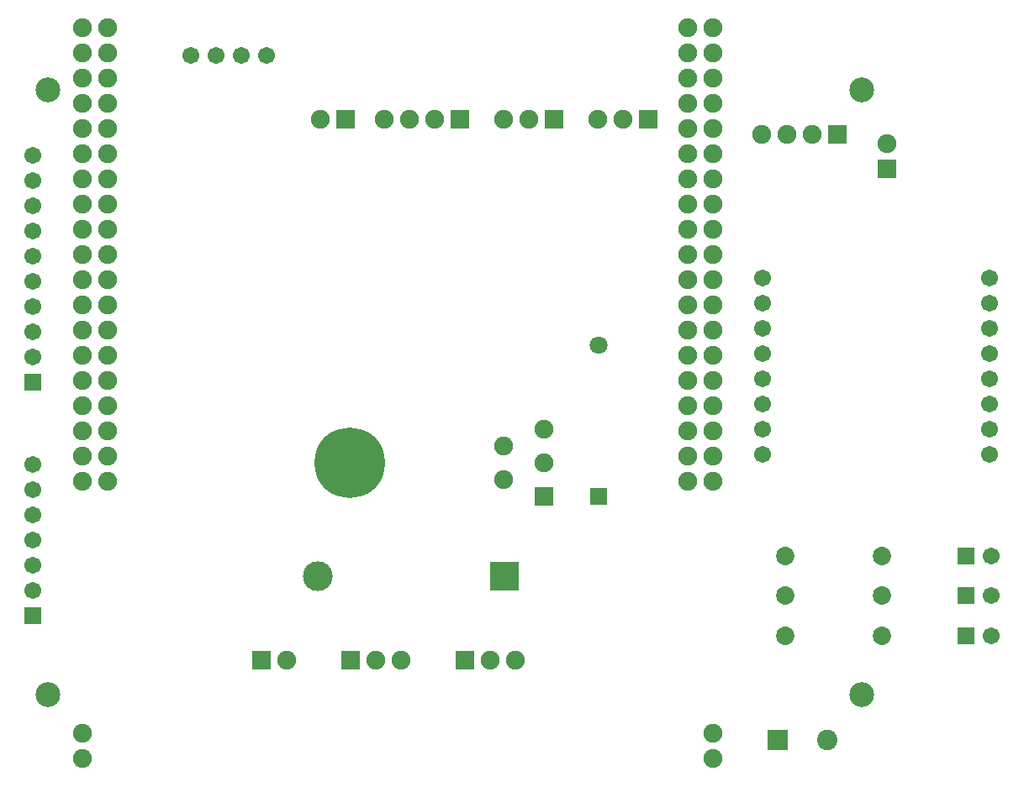
<source format=gbs>
G04 DipTrace 3.0.0.2*
G04 BottomMask.gbs*
%MOIN*%
G04 #@! TF.FileFunction,Soldermask,Bot*
G04 #@! TF.Part,Single*
%ADD34C,0.098425*%
%ADD44C,0.072993*%
%ADD46C,0.279686*%
%ADD52C,0.067087*%
%ADD54R,0.074961X0.074961*%
%ADD56C,0.118268*%
%ADD58R,0.118268X0.118268*%
%ADD62R,0.067087X0.067087*%
%ADD64C,0.067087*%
%ADD66C,0.071024*%
%ADD68R,0.071024X0.071024*%
%ADD70C,0.080867*%
%ADD72R,0.080867X0.080867*%
%ADD74C,0.074961*%
%FSLAX26Y26*%
G04*
G70*
G90*
G75*
G01*
G04 BotMask*
%LPD*%
D74*
X2755906Y1259843D3*
Y1359843D3*
Y1459843D3*
Y1559843D3*
Y1659843D3*
Y1759843D3*
Y1859843D3*
Y1959843D3*
Y2059843D3*
Y2159843D3*
Y2259843D3*
Y2359843D3*
Y2459843D3*
Y2559843D3*
Y2659843D3*
Y2759843D3*
Y2859843D3*
Y2959843D3*
Y3059843D3*
X2655906D3*
Y2959843D3*
Y2859843D3*
Y2759843D3*
Y2659843D3*
Y2559843D3*
Y2459843D3*
Y2359843D3*
Y2259843D3*
Y2159843D3*
Y2059843D3*
Y1959843D3*
Y1859843D3*
Y1759843D3*
Y1659843D3*
Y1559843D3*
Y1459843D3*
Y1359843D3*
Y1259843D3*
X355906D3*
Y1359843D3*
Y1459843D3*
Y1559843D3*
Y1659843D3*
Y1759843D3*
Y1859843D3*
Y1959843D3*
Y2059843D3*
Y2159843D3*
Y2259843D3*
Y2359843D3*
Y2459843D3*
Y2559843D3*
Y2659843D3*
Y2759843D3*
Y2859843D3*
Y2959843D3*
Y3059843D3*
X255906D3*
Y2959843D3*
Y2859843D3*
Y2759843D3*
Y2659843D3*
Y2559843D3*
Y2459843D3*
Y2359843D3*
Y2259843D3*
Y2159843D3*
Y2059843D3*
Y1959843D3*
Y1859843D3*
Y1759843D3*
Y1659843D3*
Y1559843D3*
Y1459843D3*
Y1359843D3*
Y1259843D3*
Y159843D3*
X2755906D3*
Y259843D3*
X255906D3*
D72*
X3011811Y236220D3*
D70*
X3208661D3*
D68*
X2303150Y1200787D3*
D66*
Y1800787D3*
D64*
X3858268Y649606D3*
D62*
X3758268D3*
D64*
X3858268Y807087D3*
D62*
X3758268D3*
D64*
X3858268Y964567D3*
D62*
X3758268D3*
D58*
X1929134Y885827D3*
D56*
X1187402D3*
D54*
X1318898Y551181D3*
D74*
X1418898D3*
X1518898D3*
D54*
X1771654D3*
D74*
X1871654D3*
X1971654D3*
D54*
X2125984Y2696850D3*
D74*
X2025984D3*
X1925984D3*
D54*
X2500000D3*
D74*
X2400000D3*
X2300000D3*
D62*
X59055Y728346D3*
D52*
Y828346D3*
Y928346D3*
Y1028346D3*
Y1128346D3*
Y1228346D3*
Y1328346D3*
X2952756Y2066929D3*
Y1966929D3*
Y1866929D3*
Y1766929D3*
Y1666929D3*
Y1566929D3*
Y1466929D3*
Y1366929D3*
X3852756Y2066929D3*
Y1966929D3*
Y1866929D3*
Y1766929D3*
Y1666929D3*
Y1566929D3*
Y1466929D3*
Y1366929D3*
D62*
X59055Y1653543D3*
D52*
Y1753543D3*
Y1853543D3*
Y1953543D3*
Y2053543D3*
Y2153543D3*
Y2253543D3*
Y2353543D3*
Y2453543D3*
Y2553543D3*
D64*
X984252Y2952756D3*
X884252D3*
X784252D3*
X684252D3*
D54*
X1299213Y2696850D3*
D74*
X1199213D3*
D54*
X964567Y551181D3*
D74*
X1064567D3*
D54*
X2086614Y1200787D3*
D74*
X1926772Y1267717D3*
X2086614Y1334646D3*
X1926772Y1401575D3*
X2086633Y1468504D3*
D46*
X1316496Y1334646D3*
D54*
X3444882Y2500000D3*
D74*
Y2600000D3*
D54*
X3248031Y2637795D3*
D74*
X3148031D3*
X3048031D3*
X2948031D3*
D54*
X1751969Y2696850D3*
D74*
X1651969D3*
X1551969D3*
X1451969D3*
D44*
X3425197Y649606D3*
X3041339D3*
X3425197Y807087D3*
X3041339D3*
X3425197Y964567D3*
X3041339D3*
D34*
X118110Y2814961D3*
X3346457D3*
X118110Y413386D3*
X3346457D3*
M02*

</source>
